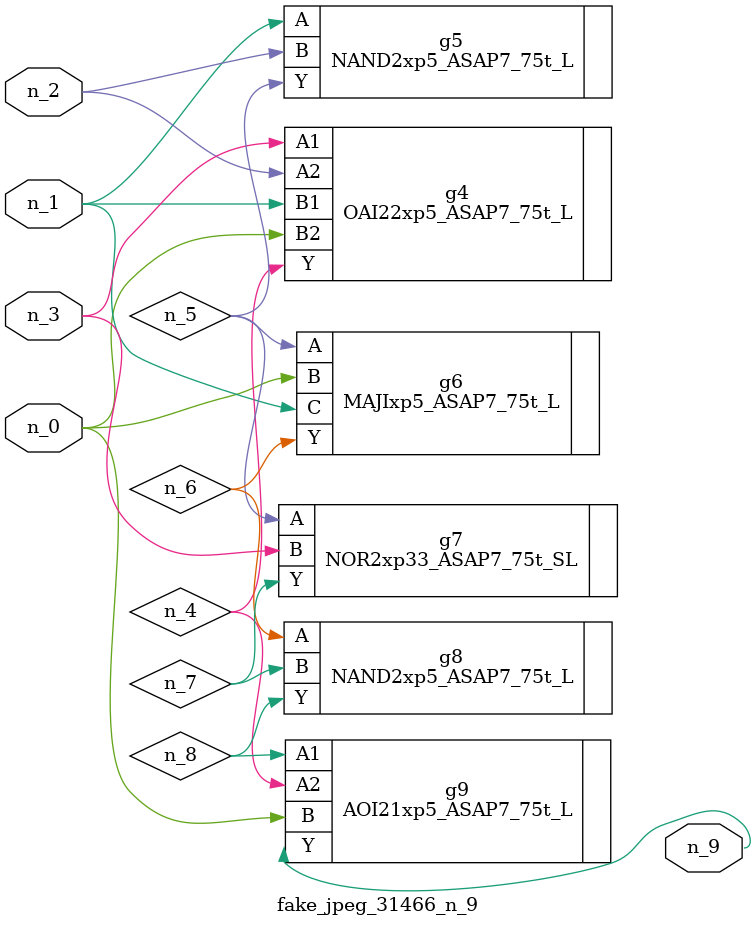
<source format=v>
module fake_jpeg_31466_n_9 (n_0, n_3, n_2, n_1, n_9);

input n_0;
input n_3;
input n_2;
input n_1;

output n_9;

wire n_4;
wire n_8;
wire n_6;
wire n_5;
wire n_7;

OAI22xp5_ASAP7_75t_L g4 ( 
.A1(n_3),
.A2(n_2),
.B1(n_1),
.B2(n_0),
.Y(n_4)
);

NAND2xp5_ASAP7_75t_L g5 ( 
.A(n_1),
.B(n_2),
.Y(n_5)
);

MAJIxp5_ASAP7_75t_L g6 ( 
.A(n_5),
.B(n_0),
.C(n_1),
.Y(n_6)
);

NAND2xp5_ASAP7_75t_L g8 ( 
.A(n_6),
.B(n_7),
.Y(n_8)
);

NOR2xp33_ASAP7_75t_SL g7 ( 
.A(n_5),
.B(n_3),
.Y(n_7)
);

AOI21xp5_ASAP7_75t_L g9 ( 
.A1(n_8),
.A2(n_4),
.B(n_0),
.Y(n_9)
);


endmodule
</source>
